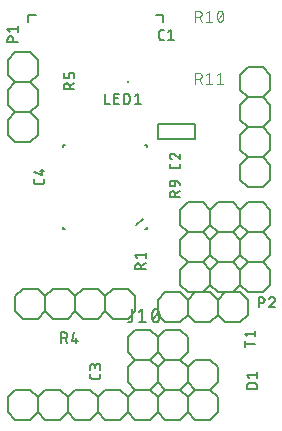
<source format=gbr>
G04 EAGLE Gerber RS-274X export*
G75*
%MOMM*%
%FSLAX34Y34*%
%LPD*%
%INSilkscreen Top*%
%IPPOS*%
%AMOC8*
5,1,8,0,0,1.08239X$1,22.5*%
G01*
%ADD10C,0.127000*%
%ADD11R,0.200000X0.200000*%
%ADD12C,0.152400*%
%ADD13C,0.076200*%


D10*
X135653Y321445D02*
X133678Y321445D01*
X133678Y321444D02*
X133592Y321446D01*
X133506Y321452D01*
X133420Y321461D01*
X133335Y321474D01*
X133250Y321491D01*
X133167Y321511D01*
X133084Y321535D01*
X133002Y321563D01*
X132922Y321594D01*
X132843Y321629D01*
X132766Y321667D01*
X132690Y321709D01*
X132616Y321753D01*
X132545Y321801D01*
X132475Y321852D01*
X132408Y321906D01*
X132343Y321963D01*
X132281Y322023D01*
X132221Y322085D01*
X132164Y322150D01*
X132110Y322217D01*
X132059Y322287D01*
X132011Y322358D01*
X131967Y322432D01*
X131925Y322508D01*
X131887Y322585D01*
X131852Y322664D01*
X131821Y322744D01*
X131793Y322826D01*
X131769Y322909D01*
X131749Y322992D01*
X131732Y323077D01*
X131719Y323162D01*
X131710Y323248D01*
X131704Y323334D01*
X131702Y323420D01*
X131702Y328359D01*
X131704Y328448D01*
X131710Y328536D01*
X131720Y328624D01*
X131734Y328712D01*
X131752Y328799D01*
X131773Y328885D01*
X131799Y328970D01*
X131828Y329053D01*
X131861Y329136D01*
X131898Y329216D01*
X131938Y329295D01*
X131982Y329372D01*
X132029Y329448D01*
X132079Y329520D01*
X132133Y329591D01*
X132190Y329659D01*
X132250Y329725D01*
X132312Y329787D01*
X132378Y329847D01*
X132446Y329904D01*
X132517Y329958D01*
X132589Y330008D01*
X132664Y330055D01*
X132742Y330099D01*
X132821Y330139D01*
X132901Y330176D01*
X132984Y330209D01*
X133067Y330238D01*
X133152Y330264D01*
X133238Y330285D01*
X133325Y330303D01*
X133413Y330317D01*
X133501Y330327D01*
X133589Y330333D01*
X133678Y330335D01*
X135653Y330335D01*
X139356Y328359D02*
X141825Y330335D01*
X141825Y321445D01*
X139356Y321445D02*
X144295Y321445D01*
X149365Y216836D02*
X149365Y214861D01*
X149363Y214772D01*
X149357Y214684D01*
X149347Y214596D01*
X149333Y214508D01*
X149315Y214421D01*
X149294Y214335D01*
X149268Y214250D01*
X149239Y214167D01*
X149206Y214084D01*
X149169Y214004D01*
X149129Y213925D01*
X149085Y213848D01*
X149038Y213772D01*
X148988Y213700D01*
X148934Y213629D01*
X148877Y213561D01*
X148817Y213495D01*
X148755Y213433D01*
X148689Y213373D01*
X148621Y213316D01*
X148550Y213262D01*
X148478Y213212D01*
X148403Y213165D01*
X148325Y213121D01*
X148246Y213081D01*
X148166Y213044D01*
X148083Y213011D01*
X148000Y212982D01*
X147915Y212956D01*
X147829Y212935D01*
X147742Y212917D01*
X147654Y212903D01*
X147566Y212893D01*
X147478Y212887D01*
X147389Y212885D01*
X142451Y212885D01*
X142362Y212887D01*
X142274Y212893D01*
X142186Y212903D01*
X142098Y212917D01*
X142011Y212935D01*
X141925Y212956D01*
X141840Y212982D01*
X141757Y213011D01*
X141674Y213044D01*
X141594Y213081D01*
X141515Y213121D01*
X141438Y213165D01*
X141362Y213212D01*
X141290Y213262D01*
X141219Y213316D01*
X141151Y213373D01*
X141085Y213433D01*
X141023Y213495D01*
X140963Y213561D01*
X140906Y213629D01*
X140852Y213700D01*
X140802Y213772D01*
X140755Y213847D01*
X140711Y213925D01*
X140671Y214004D01*
X140634Y214084D01*
X140601Y214167D01*
X140572Y214250D01*
X140546Y214335D01*
X140525Y214421D01*
X140507Y214508D01*
X140493Y214596D01*
X140483Y214684D01*
X140477Y214772D01*
X140475Y214861D01*
X140475Y216836D01*
X140475Y223255D02*
X140477Y223347D01*
X140483Y223439D01*
X140492Y223530D01*
X140505Y223621D01*
X140522Y223711D01*
X140543Y223801D01*
X140567Y223889D01*
X140595Y223977D01*
X140627Y224063D01*
X140662Y224148D01*
X140701Y224231D01*
X140743Y224313D01*
X140788Y224393D01*
X140837Y224471D01*
X140889Y224547D01*
X140944Y224620D01*
X141002Y224692D01*
X141062Y224761D01*
X141126Y224827D01*
X141192Y224891D01*
X141261Y224951D01*
X141333Y225009D01*
X141406Y225064D01*
X141482Y225116D01*
X141560Y225165D01*
X141640Y225210D01*
X141722Y225252D01*
X141805Y225291D01*
X141890Y225326D01*
X141976Y225358D01*
X142064Y225386D01*
X142152Y225410D01*
X142242Y225431D01*
X142332Y225448D01*
X142423Y225461D01*
X142514Y225470D01*
X142606Y225476D01*
X142698Y225478D01*
X140475Y223255D02*
X140477Y223149D01*
X140483Y223044D01*
X140493Y222939D01*
X140506Y222834D01*
X140524Y222730D01*
X140545Y222627D01*
X140570Y222524D01*
X140599Y222422D01*
X140632Y222322D01*
X140668Y222223D01*
X140708Y222125D01*
X140752Y222029D01*
X140799Y221934D01*
X140849Y221842D01*
X140903Y221751D01*
X140961Y221662D01*
X141021Y221576D01*
X141085Y221492D01*
X141151Y221410D01*
X141221Y221330D01*
X141294Y221254D01*
X141369Y221180D01*
X141447Y221109D01*
X141528Y221041D01*
X141611Y220975D01*
X141697Y220913D01*
X141784Y220855D01*
X141874Y220799D01*
X141966Y220747D01*
X142060Y220698D01*
X142155Y220653D01*
X142252Y220611D01*
X142351Y220573D01*
X142450Y220539D01*
X144427Y224737D02*
X144358Y224806D01*
X144288Y224872D01*
X144214Y224935D01*
X144138Y224994D01*
X144060Y225051D01*
X143980Y225105D01*
X143897Y225155D01*
X143813Y225202D01*
X143726Y225245D01*
X143638Y225285D01*
X143549Y225321D01*
X143458Y225354D01*
X143366Y225383D01*
X143272Y225408D01*
X143178Y225429D01*
X143083Y225447D01*
X142987Y225460D01*
X142891Y225470D01*
X142795Y225476D01*
X142698Y225478D01*
X144426Y224737D02*
X149365Y220539D01*
X149365Y225478D01*
X81775Y38823D02*
X81775Y36848D01*
X81773Y36759D01*
X81767Y36671D01*
X81757Y36583D01*
X81743Y36495D01*
X81725Y36408D01*
X81704Y36322D01*
X81678Y36237D01*
X81649Y36154D01*
X81616Y36071D01*
X81579Y35991D01*
X81539Y35912D01*
X81495Y35835D01*
X81448Y35759D01*
X81398Y35687D01*
X81344Y35616D01*
X81287Y35548D01*
X81227Y35482D01*
X81165Y35420D01*
X81099Y35360D01*
X81031Y35303D01*
X80960Y35249D01*
X80888Y35199D01*
X80813Y35152D01*
X80735Y35108D01*
X80656Y35068D01*
X80576Y35031D01*
X80493Y34998D01*
X80410Y34969D01*
X80325Y34943D01*
X80239Y34922D01*
X80152Y34904D01*
X80064Y34890D01*
X79976Y34880D01*
X79888Y34874D01*
X79799Y34872D01*
X74861Y34872D01*
X74772Y34874D01*
X74684Y34880D01*
X74596Y34890D01*
X74508Y34904D01*
X74421Y34922D01*
X74335Y34943D01*
X74250Y34969D01*
X74167Y34998D01*
X74084Y35031D01*
X74004Y35068D01*
X73925Y35108D01*
X73848Y35152D01*
X73772Y35199D01*
X73700Y35249D01*
X73629Y35303D01*
X73561Y35360D01*
X73495Y35420D01*
X73433Y35482D01*
X73373Y35548D01*
X73316Y35616D01*
X73262Y35687D01*
X73212Y35759D01*
X73165Y35834D01*
X73121Y35912D01*
X73081Y35991D01*
X73044Y36071D01*
X73011Y36154D01*
X72982Y36237D01*
X72956Y36322D01*
X72935Y36408D01*
X72917Y36495D01*
X72903Y36583D01*
X72893Y36671D01*
X72887Y36759D01*
X72885Y36848D01*
X72885Y38823D01*
X81775Y42526D02*
X81775Y44996D01*
X81773Y45094D01*
X81767Y45192D01*
X81757Y45290D01*
X81744Y45387D01*
X81726Y45484D01*
X81705Y45580D01*
X81680Y45674D01*
X81651Y45768D01*
X81619Y45861D01*
X81582Y45952D01*
X81543Y46042D01*
X81499Y46130D01*
X81452Y46216D01*
X81402Y46301D01*
X81349Y46383D01*
X81292Y46463D01*
X81232Y46541D01*
X81169Y46616D01*
X81103Y46689D01*
X81034Y46759D01*
X80963Y46826D01*
X80889Y46891D01*
X80812Y46952D01*
X80733Y47011D01*
X80652Y47066D01*
X80569Y47118D01*
X80483Y47166D01*
X80396Y47211D01*
X80307Y47253D01*
X80217Y47291D01*
X80125Y47325D01*
X80032Y47356D01*
X79937Y47383D01*
X79842Y47406D01*
X79745Y47426D01*
X79649Y47441D01*
X79551Y47453D01*
X79453Y47461D01*
X79355Y47465D01*
X79257Y47465D01*
X79159Y47461D01*
X79061Y47453D01*
X78963Y47441D01*
X78867Y47426D01*
X78770Y47406D01*
X78675Y47383D01*
X78580Y47356D01*
X78487Y47325D01*
X78395Y47291D01*
X78305Y47253D01*
X78216Y47211D01*
X78129Y47166D01*
X78043Y47118D01*
X77960Y47066D01*
X77879Y47011D01*
X77800Y46952D01*
X77723Y46891D01*
X77649Y46826D01*
X77578Y46759D01*
X77509Y46689D01*
X77443Y46616D01*
X77380Y46541D01*
X77320Y46463D01*
X77263Y46383D01*
X77210Y46301D01*
X77160Y46216D01*
X77113Y46130D01*
X77069Y46042D01*
X77030Y45952D01*
X76993Y45861D01*
X76961Y45768D01*
X76932Y45674D01*
X76907Y45580D01*
X76886Y45484D01*
X76868Y45387D01*
X76855Y45290D01*
X76845Y45192D01*
X76839Y45094D01*
X76837Y44996D01*
X72885Y45489D02*
X72885Y42526D01*
X72885Y45489D02*
X72887Y45576D01*
X72893Y45664D01*
X72902Y45751D01*
X72916Y45837D01*
X72933Y45923D01*
X72954Y46007D01*
X72979Y46091D01*
X73008Y46174D01*
X73040Y46255D01*
X73075Y46335D01*
X73114Y46413D01*
X73157Y46490D01*
X73203Y46564D01*
X73252Y46636D01*
X73304Y46706D01*
X73360Y46774D01*
X73418Y46839D01*
X73479Y46902D01*
X73543Y46961D01*
X73610Y47018D01*
X73678Y47072D01*
X73750Y47123D01*
X73823Y47170D01*
X73898Y47215D01*
X73976Y47256D01*
X74055Y47293D01*
X74135Y47327D01*
X74217Y47357D01*
X74300Y47384D01*
X74385Y47407D01*
X74470Y47426D01*
X74556Y47441D01*
X74643Y47453D01*
X74730Y47461D01*
X74817Y47465D01*
X74905Y47465D01*
X74992Y47461D01*
X75079Y47453D01*
X75166Y47441D01*
X75252Y47426D01*
X75337Y47407D01*
X75422Y47384D01*
X75505Y47357D01*
X75587Y47327D01*
X75667Y47293D01*
X75746Y47256D01*
X75824Y47215D01*
X75899Y47170D01*
X75972Y47123D01*
X76044Y47072D01*
X76112Y47018D01*
X76179Y46961D01*
X76243Y46902D01*
X76304Y46839D01*
X76362Y46774D01*
X76418Y46706D01*
X76470Y46636D01*
X76519Y46564D01*
X76565Y46490D01*
X76608Y46413D01*
X76647Y46335D01*
X76682Y46255D01*
X76714Y46174D01*
X76743Y46091D01*
X76768Y46007D01*
X76789Y45923D01*
X76806Y45837D01*
X76820Y45751D01*
X76829Y45664D01*
X76835Y45576D01*
X76837Y45489D01*
X76836Y45489D02*
X76836Y43514D01*
X34150Y201948D02*
X34150Y203923D01*
X34150Y201948D02*
X34148Y201859D01*
X34142Y201771D01*
X34132Y201683D01*
X34118Y201595D01*
X34100Y201508D01*
X34079Y201422D01*
X34053Y201337D01*
X34024Y201254D01*
X33991Y201171D01*
X33954Y201091D01*
X33914Y201012D01*
X33870Y200935D01*
X33823Y200859D01*
X33773Y200787D01*
X33719Y200716D01*
X33662Y200648D01*
X33602Y200582D01*
X33540Y200520D01*
X33474Y200460D01*
X33406Y200403D01*
X33335Y200349D01*
X33263Y200299D01*
X33188Y200252D01*
X33110Y200208D01*
X33031Y200168D01*
X32951Y200131D01*
X32868Y200098D01*
X32785Y200069D01*
X32700Y200043D01*
X32614Y200022D01*
X32527Y200004D01*
X32439Y199990D01*
X32351Y199980D01*
X32263Y199974D01*
X32174Y199972D01*
X27236Y199972D01*
X27147Y199974D01*
X27059Y199980D01*
X26971Y199990D01*
X26883Y200004D01*
X26796Y200022D01*
X26710Y200043D01*
X26625Y200069D01*
X26542Y200098D01*
X26459Y200131D01*
X26379Y200168D01*
X26300Y200208D01*
X26223Y200252D01*
X26147Y200299D01*
X26075Y200349D01*
X26004Y200403D01*
X25936Y200460D01*
X25870Y200520D01*
X25808Y200582D01*
X25748Y200648D01*
X25691Y200716D01*
X25637Y200787D01*
X25587Y200859D01*
X25540Y200934D01*
X25496Y201012D01*
X25456Y201091D01*
X25419Y201171D01*
X25386Y201254D01*
X25357Y201337D01*
X25331Y201422D01*
X25310Y201508D01*
X25292Y201595D01*
X25278Y201683D01*
X25268Y201771D01*
X25262Y201859D01*
X25260Y201948D01*
X25260Y203923D01*
X25260Y209602D02*
X32174Y207626D01*
X32174Y212565D01*
X30199Y211083D02*
X34150Y211083D01*
D11*
X105025Y285750D03*
D10*
X85610Y276225D02*
X85610Y267335D01*
X89561Y267335D01*
X93535Y267335D02*
X97486Y267335D01*
X93535Y267335D02*
X93535Y276225D01*
X97486Y276225D01*
X96498Y272274D02*
X93535Y272274D01*
X101436Y276225D02*
X101436Y267335D01*
X101436Y276225D02*
X103906Y276225D01*
X104003Y276223D01*
X104100Y276217D01*
X104196Y276208D01*
X104292Y276195D01*
X104388Y276178D01*
X104482Y276157D01*
X104576Y276132D01*
X104669Y276104D01*
X104761Y276072D01*
X104851Y276037D01*
X104940Y275998D01*
X105027Y275956D01*
X105112Y275910D01*
X105196Y275861D01*
X105278Y275809D01*
X105357Y275753D01*
X105435Y275695D01*
X105509Y275633D01*
X105582Y275569D01*
X105652Y275502D01*
X105719Y275432D01*
X105783Y275359D01*
X105845Y275285D01*
X105903Y275207D01*
X105959Y275128D01*
X106011Y275046D01*
X106060Y274962D01*
X106106Y274877D01*
X106148Y274790D01*
X106187Y274701D01*
X106222Y274611D01*
X106254Y274519D01*
X106282Y274426D01*
X106307Y274332D01*
X106328Y274238D01*
X106345Y274142D01*
X106358Y274046D01*
X106367Y273950D01*
X106373Y273853D01*
X106375Y273756D01*
X106375Y269804D01*
X106373Y269707D01*
X106367Y269610D01*
X106358Y269514D01*
X106345Y269418D01*
X106328Y269322D01*
X106307Y269228D01*
X106282Y269134D01*
X106254Y269041D01*
X106222Y268949D01*
X106187Y268859D01*
X106148Y268770D01*
X106106Y268683D01*
X106060Y268598D01*
X106011Y268514D01*
X105959Y268432D01*
X105903Y268353D01*
X105845Y268275D01*
X105783Y268201D01*
X105719Y268128D01*
X105652Y268058D01*
X105582Y267991D01*
X105509Y267927D01*
X105435Y267865D01*
X105357Y267807D01*
X105278Y267751D01*
X105196Y267699D01*
X105112Y267650D01*
X105027Y267604D01*
X104940Y267562D01*
X104851Y267523D01*
X104761Y267488D01*
X104669Y267456D01*
X104576Y267428D01*
X104482Y267403D01*
X104388Y267382D01*
X104292Y267365D01*
X104196Y267352D01*
X104100Y267343D01*
X104003Y267337D01*
X103906Y267335D01*
X101436Y267335D01*
X110885Y274249D02*
X113355Y276225D01*
X113355Y267335D01*
X115824Y267335D02*
X110885Y267335D01*
X111125Y127660D02*
X120015Y127660D01*
X111125Y127660D02*
X111125Y130129D01*
X111127Y130227D01*
X111133Y130325D01*
X111143Y130423D01*
X111156Y130520D01*
X111174Y130617D01*
X111195Y130713D01*
X111220Y130807D01*
X111249Y130901D01*
X111281Y130994D01*
X111318Y131085D01*
X111357Y131175D01*
X111401Y131263D01*
X111448Y131349D01*
X111498Y131434D01*
X111551Y131516D01*
X111608Y131596D01*
X111668Y131674D01*
X111731Y131749D01*
X111797Y131822D01*
X111866Y131892D01*
X111937Y131959D01*
X112011Y132024D01*
X112088Y132085D01*
X112167Y132144D01*
X112248Y132199D01*
X112331Y132251D01*
X112417Y132299D01*
X112504Y132344D01*
X112593Y132386D01*
X112683Y132424D01*
X112775Y132458D01*
X112868Y132489D01*
X112963Y132516D01*
X113058Y132539D01*
X113155Y132559D01*
X113251Y132574D01*
X113349Y132586D01*
X113447Y132594D01*
X113545Y132598D01*
X113643Y132598D01*
X113741Y132594D01*
X113839Y132586D01*
X113937Y132574D01*
X114033Y132559D01*
X114130Y132539D01*
X114225Y132516D01*
X114320Y132489D01*
X114413Y132458D01*
X114505Y132424D01*
X114595Y132386D01*
X114684Y132344D01*
X114771Y132299D01*
X114857Y132251D01*
X114940Y132199D01*
X115021Y132144D01*
X115100Y132085D01*
X115177Y132024D01*
X115251Y131959D01*
X115322Y131892D01*
X115391Y131822D01*
X115457Y131749D01*
X115520Y131674D01*
X115580Y131596D01*
X115637Y131516D01*
X115690Y131434D01*
X115740Y131349D01*
X115787Y131263D01*
X115831Y131175D01*
X115870Y131085D01*
X115907Y130994D01*
X115939Y130901D01*
X115968Y130807D01*
X115993Y130713D01*
X116014Y130617D01*
X116032Y130520D01*
X116045Y130423D01*
X116055Y130325D01*
X116061Y130227D01*
X116063Y130129D01*
X116064Y130129D02*
X116064Y127660D01*
X116064Y130623D02*
X120015Y132599D01*
X113101Y136729D02*
X111125Y139198D01*
X120015Y139198D01*
X120015Y136729D02*
X120015Y141667D01*
X48746Y73975D02*
X48746Y65085D01*
X48746Y73975D02*
X51216Y73975D01*
X51314Y73973D01*
X51412Y73967D01*
X51510Y73957D01*
X51607Y73944D01*
X51704Y73926D01*
X51800Y73905D01*
X51894Y73880D01*
X51988Y73851D01*
X52081Y73819D01*
X52172Y73782D01*
X52262Y73743D01*
X52350Y73699D01*
X52436Y73652D01*
X52521Y73602D01*
X52603Y73549D01*
X52683Y73492D01*
X52761Y73432D01*
X52836Y73369D01*
X52909Y73303D01*
X52979Y73234D01*
X53046Y73163D01*
X53111Y73089D01*
X53172Y73012D01*
X53231Y72933D01*
X53286Y72852D01*
X53338Y72769D01*
X53386Y72683D01*
X53431Y72596D01*
X53473Y72507D01*
X53511Y72417D01*
X53545Y72325D01*
X53576Y72232D01*
X53603Y72137D01*
X53626Y72042D01*
X53646Y71945D01*
X53661Y71849D01*
X53673Y71751D01*
X53681Y71653D01*
X53685Y71555D01*
X53685Y71457D01*
X53681Y71359D01*
X53673Y71261D01*
X53661Y71163D01*
X53646Y71067D01*
X53626Y70970D01*
X53603Y70875D01*
X53576Y70780D01*
X53545Y70687D01*
X53511Y70595D01*
X53473Y70505D01*
X53431Y70416D01*
X53386Y70329D01*
X53338Y70243D01*
X53286Y70160D01*
X53231Y70079D01*
X53172Y70000D01*
X53111Y69923D01*
X53046Y69849D01*
X52979Y69778D01*
X52909Y69709D01*
X52836Y69643D01*
X52761Y69580D01*
X52683Y69520D01*
X52603Y69463D01*
X52521Y69410D01*
X52436Y69360D01*
X52350Y69313D01*
X52262Y69269D01*
X52172Y69230D01*
X52081Y69193D01*
X51988Y69161D01*
X51894Y69132D01*
X51800Y69107D01*
X51704Y69086D01*
X51607Y69068D01*
X51510Y69055D01*
X51412Y69045D01*
X51314Y69039D01*
X51216Y69037D01*
X51216Y69036D02*
X48746Y69036D01*
X51710Y69036D02*
X53685Y65085D01*
X57815Y67061D02*
X59790Y73975D01*
X57815Y67061D02*
X62754Y67061D01*
X61272Y69036D02*
X61272Y65085D01*
X59690Y280060D02*
X50800Y280060D01*
X50800Y282529D01*
X50802Y282627D01*
X50808Y282725D01*
X50818Y282823D01*
X50831Y282920D01*
X50849Y283017D01*
X50870Y283113D01*
X50895Y283207D01*
X50924Y283301D01*
X50956Y283394D01*
X50993Y283485D01*
X51032Y283575D01*
X51076Y283663D01*
X51123Y283749D01*
X51173Y283834D01*
X51226Y283916D01*
X51283Y283996D01*
X51343Y284074D01*
X51406Y284149D01*
X51472Y284222D01*
X51541Y284292D01*
X51612Y284359D01*
X51686Y284424D01*
X51763Y284485D01*
X51842Y284544D01*
X51923Y284599D01*
X52006Y284651D01*
X52092Y284699D01*
X52179Y284744D01*
X52268Y284786D01*
X52358Y284824D01*
X52450Y284858D01*
X52543Y284889D01*
X52638Y284916D01*
X52733Y284939D01*
X52830Y284959D01*
X52926Y284974D01*
X53024Y284986D01*
X53122Y284994D01*
X53220Y284998D01*
X53318Y284998D01*
X53416Y284994D01*
X53514Y284986D01*
X53612Y284974D01*
X53708Y284959D01*
X53805Y284939D01*
X53900Y284916D01*
X53995Y284889D01*
X54088Y284858D01*
X54180Y284824D01*
X54270Y284786D01*
X54359Y284744D01*
X54446Y284699D01*
X54532Y284651D01*
X54615Y284599D01*
X54696Y284544D01*
X54775Y284485D01*
X54852Y284424D01*
X54926Y284359D01*
X54997Y284292D01*
X55066Y284222D01*
X55132Y284149D01*
X55195Y284074D01*
X55255Y283996D01*
X55312Y283916D01*
X55365Y283834D01*
X55415Y283749D01*
X55462Y283663D01*
X55506Y283575D01*
X55545Y283485D01*
X55582Y283394D01*
X55614Y283301D01*
X55643Y283207D01*
X55668Y283113D01*
X55689Y283017D01*
X55707Y282920D01*
X55720Y282823D01*
X55730Y282725D01*
X55736Y282627D01*
X55738Y282529D01*
X55739Y282529D02*
X55739Y280060D01*
X55739Y283023D02*
X59690Y284999D01*
X59690Y289129D02*
X59690Y292092D01*
X59688Y292181D01*
X59682Y292269D01*
X59672Y292357D01*
X59658Y292445D01*
X59640Y292532D01*
X59619Y292618D01*
X59593Y292703D01*
X59564Y292786D01*
X59531Y292869D01*
X59494Y292949D01*
X59454Y293028D01*
X59410Y293105D01*
X59363Y293181D01*
X59313Y293253D01*
X59259Y293324D01*
X59202Y293392D01*
X59142Y293458D01*
X59080Y293520D01*
X59014Y293580D01*
X58946Y293637D01*
X58875Y293691D01*
X58803Y293741D01*
X58728Y293788D01*
X58650Y293832D01*
X58571Y293872D01*
X58491Y293909D01*
X58408Y293942D01*
X58325Y293971D01*
X58240Y293997D01*
X58154Y294018D01*
X58067Y294036D01*
X57979Y294050D01*
X57891Y294060D01*
X57803Y294066D01*
X57714Y294068D01*
X57714Y294067D02*
X56727Y294067D01*
X56727Y294068D02*
X56641Y294066D01*
X56555Y294060D01*
X56469Y294051D01*
X56384Y294038D01*
X56299Y294021D01*
X56216Y294001D01*
X56133Y293977D01*
X56051Y293949D01*
X55971Y293918D01*
X55892Y293883D01*
X55815Y293845D01*
X55739Y293803D01*
X55665Y293759D01*
X55594Y293711D01*
X55524Y293660D01*
X55457Y293606D01*
X55392Y293549D01*
X55330Y293489D01*
X55270Y293427D01*
X55213Y293362D01*
X55159Y293295D01*
X55108Y293225D01*
X55060Y293154D01*
X55016Y293080D01*
X54974Y293004D01*
X54936Y292927D01*
X54901Y292848D01*
X54870Y292768D01*
X54842Y292686D01*
X54818Y292603D01*
X54798Y292520D01*
X54781Y292435D01*
X54768Y292350D01*
X54759Y292264D01*
X54753Y292178D01*
X54751Y292092D01*
X54751Y289129D01*
X50800Y289129D01*
X50800Y294067D01*
X203945Y64541D02*
X212835Y64541D01*
X203945Y62072D02*
X203945Y67011D01*
X205921Y70606D02*
X203945Y73076D01*
X212835Y73076D01*
X212835Y75545D02*
X212835Y70606D01*
X20775Y336550D02*
X20775Y342900D01*
X27125Y342900D01*
X128725Y342900D02*
X135075Y342900D01*
X135075Y336550D01*
D12*
X121285Y161290D02*
X119507Y161290D01*
X112141Y165100D02*
X117475Y170434D01*
X119507Y232410D02*
X121285Y232410D01*
X50165Y232410D02*
X50165Y230632D01*
X50165Y161290D02*
X51943Y161290D01*
X121285Y161290D02*
X121285Y163068D01*
X121285Y230632D02*
X121285Y232410D01*
X51943Y232410D02*
X50165Y232410D01*
X50165Y163068D02*
X50165Y161290D01*
X28575Y292100D02*
X28575Y304800D01*
X28575Y292100D02*
X22225Y285750D01*
X9525Y285750D01*
X3175Y292100D01*
X22225Y285750D02*
X28575Y279400D01*
X28575Y266700D01*
X22225Y260350D01*
X9525Y260350D01*
X3175Y266700D01*
X3175Y279400D01*
X9525Y285750D01*
X9525Y311150D02*
X22225Y311150D01*
X28575Y304800D01*
X9525Y311150D02*
X3175Y304800D01*
X3175Y292100D01*
X22225Y260350D02*
X28575Y254000D01*
X28575Y241300D01*
X22225Y234950D01*
X9525Y234950D01*
X3175Y241300D01*
X3175Y254000D01*
X9525Y260350D01*
D10*
X11938Y319898D02*
X3048Y319898D01*
X3048Y322367D01*
X3050Y322465D01*
X3056Y322563D01*
X3066Y322661D01*
X3079Y322758D01*
X3097Y322855D01*
X3118Y322951D01*
X3143Y323045D01*
X3172Y323139D01*
X3204Y323232D01*
X3241Y323323D01*
X3280Y323413D01*
X3324Y323501D01*
X3371Y323587D01*
X3421Y323672D01*
X3474Y323754D01*
X3531Y323834D01*
X3591Y323912D01*
X3654Y323987D01*
X3720Y324060D01*
X3789Y324130D01*
X3860Y324197D01*
X3934Y324262D01*
X4011Y324323D01*
X4090Y324382D01*
X4171Y324437D01*
X4254Y324489D01*
X4340Y324537D01*
X4427Y324582D01*
X4516Y324624D01*
X4606Y324662D01*
X4698Y324696D01*
X4791Y324727D01*
X4886Y324754D01*
X4981Y324777D01*
X5078Y324797D01*
X5174Y324812D01*
X5272Y324824D01*
X5370Y324832D01*
X5468Y324836D01*
X5566Y324836D01*
X5664Y324832D01*
X5762Y324824D01*
X5860Y324812D01*
X5956Y324797D01*
X6053Y324777D01*
X6148Y324754D01*
X6243Y324727D01*
X6336Y324696D01*
X6428Y324662D01*
X6518Y324624D01*
X6607Y324582D01*
X6694Y324537D01*
X6780Y324489D01*
X6863Y324437D01*
X6944Y324382D01*
X7023Y324323D01*
X7100Y324262D01*
X7174Y324197D01*
X7245Y324130D01*
X7314Y324060D01*
X7380Y323987D01*
X7443Y323912D01*
X7503Y323834D01*
X7560Y323754D01*
X7613Y323672D01*
X7663Y323587D01*
X7710Y323501D01*
X7754Y323413D01*
X7793Y323323D01*
X7830Y323232D01*
X7862Y323139D01*
X7891Y323045D01*
X7916Y322951D01*
X7937Y322855D01*
X7955Y322758D01*
X7968Y322661D01*
X7978Y322563D01*
X7984Y322465D01*
X7986Y322367D01*
X7987Y322367D02*
X7987Y319898D01*
X5024Y328563D02*
X3048Y331033D01*
X11938Y331033D01*
X11938Y333502D02*
X11938Y328563D01*
D12*
X66675Y111125D02*
X60325Y104775D01*
X66675Y111125D02*
X79375Y111125D01*
X85725Y104775D01*
X85725Y92075D01*
X79375Y85725D01*
X66675Y85725D01*
X60325Y92075D01*
X28575Y111125D02*
X15875Y111125D01*
X28575Y111125D02*
X34925Y104775D01*
X34925Y92075D01*
X28575Y85725D01*
X34925Y104775D02*
X41275Y111125D01*
X53975Y111125D01*
X60325Y104775D01*
X60325Y92075D01*
X53975Y85725D01*
X41275Y85725D01*
X34925Y92075D01*
X9525Y92075D02*
X9525Y104775D01*
X15875Y111125D01*
X9525Y92075D02*
X15875Y85725D01*
X28575Y85725D01*
X92075Y111125D02*
X104775Y111125D01*
X111125Y104775D01*
X111125Y92075D01*
X104775Y85725D01*
X85725Y104775D02*
X92075Y111125D01*
X85725Y92075D02*
X92075Y85725D01*
X104775Y85725D01*
X155575Y133350D02*
X168275Y133350D01*
X174625Y127000D01*
X174625Y114300D01*
X168275Y107950D01*
X174625Y127000D02*
X180975Y133350D01*
X193675Y133350D01*
X200025Y127000D01*
X200025Y114300D01*
X193675Y107950D01*
X180975Y107950D01*
X174625Y114300D01*
X149225Y114300D02*
X149225Y127000D01*
X155575Y133350D01*
X149225Y114300D02*
X155575Y107950D01*
X168275Y107950D01*
X200025Y127000D02*
X206375Y133350D01*
X219075Y133350D01*
X225425Y127000D01*
X225425Y114300D01*
X219075Y107950D01*
X206375Y107950D01*
X200025Y114300D01*
D10*
X215773Y104013D02*
X215773Y95123D01*
X215773Y104013D02*
X218242Y104013D01*
X218340Y104011D01*
X218438Y104005D01*
X218536Y103995D01*
X218633Y103982D01*
X218730Y103964D01*
X218826Y103943D01*
X218920Y103918D01*
X219014Y103889D01*
X219107Y103857D01*
X219198Y103820D01*
X219288Y103781D01*
X219376Y103737D01*
X219462Y103690D01*
X219547Y103640D01*
X219629Y103587D01*
X219709Y103530D01*
X219787Y103470D01*
X219862Y103407D01*
X219935Y103341D01*
X220005Y103272D01*
X220072Y103201D01*
X220137Y103127D01*
X220198Y103050D01*
X220257Y102971D01*
X220312Y102890D01*
X220364Y102807D01*
X220412Y102721D01*
X220457Y102634D01*
X220499Y102545D01*
X220537Y102455D01*
X220571Y102363D01*
X220602Y102270D01*
X220629Y102175D01*
X220652Y102080D01*
X220672Y101983D01*
X220687Y101887D01*
X220699Y101789D01*
X220707Y101691D01*
X220711Y101593D01*
X220711Y101495D01*
X220707Y101397D01*
X220699Y101299D01*
X220687Y101201D01*
X220672Y101105D01*
X220652Y101008D01*
X220629Y100913D01*
X220602Y100818D01*
X220571Y100725D01*
X220537Y100633D01*
X220499Y100543D01*
X220457Y100454D01*
X220412Y100367D01*
X220364Y100281D01*
X220312Y100198D01*
X220257Y100117D01*
X220198Y100038D01*
X220137Y99961D01*
X220072Y99887D01*
X220005Y99816D01*
X219935Y99747D01*
X219862Y99681D01*
X219787Y99618D01*
X219709Y99558D01*
X219629Y99501D01*
X219547Y99448D01*
X219462Y99398D01*
X219376Y99351D01*
X219288Y99307D01*
X219198Y99268D01*
X219107Y99231D01*
X219014Y99199D01*
X218920Y99170D01*
X218826Y99145D01*
X218730Y99124D01*
X218633Y99106D01*
X218536Y99093D01*
X218438Y99083D01*
X218340Y99077D01*
X218242Y99075D01*
X218242Y99074D02*
X215773Y99074D01*
X227155Y104014D02*
X227247Y104012D01*
X227339Y104006D01*
X227430Y103997D01*
X227521Y103984D01*
X227611Y103967D01*
X227701Y103946D01*
X227789Y103922D01*
X227877Y103894D01*
X227963Y103862D01*
X228048Y103827D01*
X228131Y103788D01*
X228213Y103746D01*
X228293Y103701D01*
X228371Y103652D01*
X228447Y103600D01*
X228520Y103545D01*
X228592Y103487D01*
X228661Y103427D01*
X228727Y103363D01*
X228791Y103297D01*
X228851Y103228D01*
X228909Y103156D01*
X228964Y103083D01*
X229016Y103007D01*
X229065Y102929D01*
X229110Y102849D01*
X229152Y102767D01*
X229191Y102684D01*
X229226Y102599D01*
X229258Y102513D01*
X229286Y102425D01*
X229310Y102337D01*
X229331Y102247D01*
X229348Y102157D01*
X229361Y102066D01*
X229370Y101975D01*
X229376Y101883D01*
X229378Y101791D01*
X227155Y104013D02*
X227049Y104011D01*
X226944Y104005D01*
X226839Y103995D01*
X226734Y103982D01*
X226630Y103964D01*
X226527Y103943D01*
X226424Y103918D01*
X226322Y103889D01*
X226222Y103856D01*
X226123Y103820D01*
X226025Y103780D01*
X225929Y103736D01*
X225834Y103689D01*
X225742Y103639D01*
X225651Y103585D01*
X225562Y103527D01*
X225476Y103467D01*
X225392Y103403D01*
X225310Y103337D01*
X225230Y103267D01*
X225154Y103194D01*
X225080Y103119D01*
X225009Y103041D01*
X224941Y102960D01*
X224875Y102877D01*
X224813Y102791D01*
X224755Y102704D01*
X224699Y102614D01*
X224647Y102522D01*
X224598Y102428D01*
X224553Y102333D01*
X224511Y102236D01*
X224473Y102137D01*
X224439Y102038D01*
X228636Y100062D02*
X228705Y100131D01*
X228771Y100201D01*
X228834Y100275D01*
X228893Y100351D01*
X228950Y100429D01*
X229004Y100509D01*
X229054Y100592D01*
X229101Y100676D01*
X229144Y100763D01*
X229184Y100851D01*
X229220Y100940D01*
X229253Y101031D01*
X229282Y101123D01*
X229307Y101217D01*
X229328Y101311D01*
X229346Y101406D01*
X229359Y101502D01*
X229369Y101598D01*
X229375Y101694D01*
X229377Y101791D01*
X228637Y100062D02*
X224439Y95123D01*
X229378Y95123D01*
X214310Y26252D02*
X205420Y26252D01*
X205420Y28722D01*
X205422Y28819D01*
X205428Y28916D01*
X205437Y29012D01*
X205450Y29108D01*
X205467Y29204D01*
X205488Y29298D01*
X205513Y29392D01*
X205541Y29485D01*
X205573Y29577D01*
X205608Y29667D01*
X205647Y29756D01*
X205689Y29843D01*
X205735Y29928D01*
X205784Y30012D01*
X205836Y30094D01*
X205892Y30173D01*
X205950Y30251D01*
X206012Y30325D01*
X206076Y30398D01*
X206143Y30468D01*
X206213Y30535D01*
X206286Y30599D01*
X206360Y30661D01*
X206438Y30719D01*
X206517Y30775D01*
X206599Y30827D01*
X206683Y30876D01*
X206768Y30922D01*
X206855Y30964D01*
X206944Y31003D01*
X207034Y31038D01*
X207126Y31070D01*
X207219Y31098D01*
X207313Y31123D01*
X207407Y31144D01*
X207503Y31161D01*
X207599Y31174D01*
X207695Y31183D01*
X207792Y31189D01*
X207889Y31191D01*
X211841Y31191D01*
X211938Y31189D01*
X212035Y31183D01*
X212131Y31174D01*
X212227Y31161D01*
X212323Y31144D01*
X212417Y31123D01*
X212511Y31098D01*
X212604Y31070D01*
X212696Y31038D01*
X212786Y31003D01*
X212875Y30964D01*
X212962Y30922D01*
X213047Y30876D01*
X213131Y30827D01*
X213213Y30775D01*
X213292Y30719D01*
X213370Y30661D01*
X213444Y30599D01*
X213517Y30535D01*
X213587Y30468D01*
X213654Y30398D01*
X213718Y30325D01*
X213780Y30251D01*
X213838Y30173D01*
X213894Y30094D01*
X213946Y30012D01*
X213995Y29928D01*
X214041Y29843D01*
X214083Y29756D01*
X214122Y29667D01*
X214157Y29577D01*
X214189Y29485D01*
X214217Y29392D01*
X214242Y29298D01*
X214263Y29204D01*
X214280Y29108D01*
X214293Y29012D01*
X214302Y28916D01*
X214308Y28819D01*
X214310Y28722D01*
X214310Y26252D01*
X207396Y35701D02*
X205420Y38171D01*
X214310Y38171D01*
X214310Y40640D02*
X214310Y35701D01*
D12*
X149225Y107950D02*
X136525Y107950D01*
X149225Y107950D02*
X155575Y101600D01*
X155575Y88900D01*
X149225Y82550D01*
X155575Y101600D02*
X161925Y107950D01*
X174625Y107950D01*
X180975Y101600D01*
X180975Y88900D01*
X174625Y82550D01*
X161925Y82550D01*
X155575Y88900D01*
X130175Y88900D02*
X130175Y101600D01*
X136525Y107950D01*
X130175Y88900D02*
X136525Y82550D01*
X149225Y82550D01*
X180975Y101600D02*
X187325Y107950D01*
X200025Y107950D01*
X206375Y101600D01*
X206375Y88900D01*
X200025Y82550D01*
X187325Y82550D01*
X180975Y88900D01*
X168275Y158750D02*
X155575Y158750D01*
X168275Y158750D02*
X174625Y152400D01*
X174625Y139700D01*
X168275Y133350D01*
X174625Y152400D02*
X180975Y158750D01*
X193675Y158750D01*
X200025Y152400D01*
X200025Y139700D01*
X193675Y133350D01*
X180975Y133350D01*
X174625Y139700D01*
X149225Y139700D02*
X149225Y152400D01*
X155575Y158750D01*
X149225Y139700D02*
X155575Y133350D01*
X168275Y133350D01*
X200025Y152400D02*
X206375Y158750D01*
X219075Y158750D01*
X225425Y152400D01*
X225425Y139700D01*
X219075Y133350D01*
X206375Y133350D01*
X200025Y139700D01*
X104775Y19050D02*
X104775Y6350D01*
X104775Y19050D02*
X111125Y25400D01*
X123825Y25400D01*
X130175Y19050D01*
X123825Y0D02*
X111125Y0D01*
X104775Y6350D01*
X123825Y0D02*
X130175Y6350D01*
X130175Y19050D01*
X111125Y25400D02*
X104775Y31750D01*
X104775Y44450D01*
X111125Y50800D01*
X123825Y50800D01*
X130175Y44450D01*
X130175Y31750D01*
X123825Y25400D01*
X130175Y19050D02*
X130175Y6350D01*
X130175Y19050D02*
X136525Y25400D01*
X149225Y25400D01*
X155575Y19050D01*
X149225Y0D02*
X136525Y0D01*
X130175Y6350D01*
X149225Y0D02*
X155575Y6350D01*
X155575Y19050D01*
X136525Y25400D02*
X130175Y31750D01*
X130175Y44450D01*
X136525Y50800D01*
X149225Y50800D01*
X155575Y44450D01*
X155575Y31750D01*
X149225Y25400D01*
X155575Y19050D02*
X155575Y6350D01*
X155575Y19050D02*
X161925Y25400D01*
X174625Y25400D01*
X180975Y19050D01*
X174625Y0D02*
X161925Y0D01*
X155575Y6350D01*
X174625Y0D02*
X180975Y6350D01*
X180975Y19050D01*
X161925Y25400D02*
X155575Y31750D01*
X155575Y44450D01*
X161925Y50800D01*
X174625Y50800D01*
X180975Y44450D01*
X180975Y31750D01*
X174625Y25400D01*
X60325Y25400D02*
X53975Y19050D01*
X60325Y25400D02*
X73025Y25400D01*
X79375Y19050D01*
X79375Y6350D01*
X73025Y0D01*
X60325Y0D01*
X53975Y6350D01*
X22225Y25400D02*
X9525Y25400D01*
X22225Y25400D02*
X28575Y19050D01*
X28575Y6350D01*
X22225Y0D01*
X28575Y19050D02*
X34925Y25400D01*
X47625Y25400D01*
X53975Y19050D01*
X53975Y6350D01*
X47625Y0D01*
X34925Y0D01*
X28575Y6350D01*
X3175Y6350D02*
X3175Y19050D01*
X9525Y25400D01*
X3175Y6350D02*
X9525Y0D01*
X22225Y0D01*
X85725Y25400D02*
X98425Y25400D01*
X104775Y19050D01*
X104775Y6350D01*
X98425Y0D01*
X79375Y19050D02*
X85725Y25400D01*
X79375Y6350D02*
X85725Y0D01*
X98425Y0D01*
X206375Y247650D02*
X200025Y254000D01*
X200025Y266700D01*
X206375Y273050D01*
X219075Y273050D01*
X225425Y266700D01*
X225425Y254000D01*
X219075Y247650D01*
X200025Y215900D02*
X200025Y203200D01*
X200025Y215900D02*
X206375Y222250D01*
X219075Y222250D01*
X225425Y215900D01*
X206375Y222250D02*
X200025Y228600D01*
X200025Y241300D01*
X206375Y247650D01*
X219075Y247650D01*
X225425Y241300D01*
X225425Y228600D01*
X219075Y222250D01*
X219075Y196850D02*
X206375Y196850D01*
X200025Y203200D01*
X219075Y196850D02*
X225425Y203200D01*
X225425Y215900D01*
X200025Y279400D02*
X200025Y292100D01*
X206375Y298450D01*
X219075Y298450D01*
X225425Y292100D01*
X206375Y273050D02*
X200025Y279400D01*
X219075Y273050D02*
X225425Y279400D01*
X225425Y292100D01*
X168275Y184150D02*
X155575Y184150D01*
X168275Y184150D02*
X174625Y177800D01*
X174625Y165100D01*
X168275Y158750D01*
X174625Y177800D02*
X180975Y184150D01*
X193675Y184150D01*
X200025Y177800D01*
X200025Y165100D01*
X193675Y158750D01*
X180975Y158750D01*
X174625Y165100D01*
X149225Y165100D02*
X149225Y177800D01*
X155575Y184150D01*
X149225Y165100D02*
X155575Y158750D01*
X168275Y158750D01*
X200025Y177800D02*
X206375Y184150D01*
X219075Y184150D01*
X225425Y177800D01*
X225425Y165100D01*
X219075Y158750D01*
X206375Y158750D01*
X200025Y165100D01*
D10*
X149225Y188558D02*
X140335Y188558D01*
X140335Y191027D01*
X140337Y191125D01*
X140343Y191223D01*
X140353Y191321D01*
X140366Y191418D01*
X140384Y191515D01*
X140405Y191611D01*
X140430Y191705D01*
X140459Y191799D01*
X140491Y191892D01*
X140528Y191983D01*
X140567Y192073D01*
X140611Y192161D01*
X140658Y192247D01*
X140708Y192332D01*
X140761Y192414D01*
X140818Y192494D01*
X140878Y192572D01*
X140941Y192647D01*
X141007Y192720D01*
X141076Y192790D01*
X141147Y192857D01*
X141221Y192922D01*
X141298Y192983D01*
X141377Y193042D01*
X141458Y193097D01*
X141541Y193149D01*
X141627Y193197D01*
X141714Y193242D01*
X141803Y193284D01*
X141893Y193322D01*
X141985Y193356D01*
X142078Y193387D01*
X142173Y193414D01*
X142268Y193437D01*
X142365Y193457D01*
X142461Y193472D01*
X142559Y193484D01*
X142657Y193492D01*
X142755Y193496D01*
X142853Y193496D01*
X142951Y193492D01*
X143049Y193484D01*
X143147Y193472D01*
X143243Y193457D01*
X143340Y193437D01*
X143435Y193414D01*
X143530Y193387D01*
X143623Y193356D01*
X143715Y193322D01*
X143805Y193284D01*
X143894Y193242D01*
X143981Y193197D01*
X144067Y193149D01*
X144150Y193097D01*
X144231Y193042D01*
X144310Y192983D01*
X144387Y192922D01*
X144461Y192857D01*
X144532Y192790D01*
X144601Y192720D01*
X144667Y192647D01*
X144730Y192572D01*
X144790Y192494D01*
X144847Y192414D01*
X144900Y192332D01*
X144950Y192247D01*
X144997Y192161D01*
X145041Y192073D01*
X145080Y191983D01*
X145117Y191892D01*
X145149Y191799D01*
X145178Y191705D01*
X145203Y191611D01*
X145224Y191515D01*
X145242Y191418D01*
X145255Y191321D01*
X145265Y191223D01*
X145271Y191125D01*
X145273Y191027D01*
X145274Y191027D02*
X145274Y188558D01*
X145274Y191521D02*
X149225Y193496D01*
X145274Y199602D02*
X145274Y202565D01*
X145274Y199602D02*
X145272Y199516D01*
X145266Y199430D01*
X145257Y199344D01*
X145244Y199259D01*
X145227Y199174D01*
X145207Y199091D01*
X145183Y199008D01*
X145155Y198926D01*
X145124Y198846D01*
X145089Y198767D01*
X145051Y198690D01*
X145009Y198614D01*
X144965Y198540D01*
X144917Y198469D01*
X144866Y198399D01*
X144812Y198332D01*
X144755Y198267D01*
X144695Y198205D01*
X144633Y198145D01*
X144568Y198088D01*
X144501Y198034D01*
X144431Y197983D01*
X144360Y197935D01*
X144286Y197891D01*
X144210Y197849D01*
X144133Y197811D01*
X144054Y197776D01*
X143974Y197745D01*
X143892Y197717D01*
X143809Y197693D01*
X143726Y197673D01*
X143641Y197656D01*
X143556Y197643D01*
X143470Y197634D01*
X143384Y197628D01*
X143298Y197626D01*
X142804Y197626D01*
X142804Y197627D02*
X142706Y197629D01*
X142608Y197635D01*
X142510Y197645D01*
X142413Y197658D01*
X142316Y197676D01*
X142220Y197697D01*
X142126Y197722D01*
X142032Y197751D01*
X141939Y197783D01*
X141848Y197820D01*
X141758Y197859D01*
X141670Y197903D01*
X141584Y197950D01*
X141499Y198000D01*
X141417Y198053D01*
X141337Y198110D01*
X141259Y198170D01*
X141184Y198233D01*
X141111Y198299D01*
X141041Y198368D01*
X140974Y198439D01*
X140909Y198513D01*
X140848Y198590D01*
X140789Y198669D01*
X140734Y198750D01*
X140682Y198833D01*
X140634Y198919D01*
X140589Y199006D01*
X140547Y199095D01*
X140509Y199185D01*
X140475Y199277D01*
X140444Y199370D01*
X140417Y199465D01*
X140394Y199560D01*
X140374Y199657D01*
X140359Y199753D01*
X140347Y199851D01*
X140339Y199949D01*
X140335Y200047D01*
X140335Y200145D01*
X140339Y200243D01*
X140347Y200341D01*
X140359Y200439D01*
X140374Y200535D01*
X140394Y200632D01*
X140417Y200727D01*
X140444Y200822D01*
X140475Y200915D01*
X140509Y201007D01*
X140547Y201097D01*
X140589Y201186D01*
X140634Y201273D01*
X140682Y201359D01*
X140734Y201442D01*
X140789Y201523D01*
X140848Y201602D01*
X140909Y201679D01*
X140974Y201753D01*
X141041Y201824D01*
X141111Y201893D01*
X141184Y201959D01*
X141259Y202022D01*
X141337Y202082D01*
X141417Y202139D01*
X141499Y202192D01*
X141584Y202242D01*
X141670Y202289D01*
X141758Y202333D01*
X141848Y202372D01*
X141939Y202409D01*
X142032Y202441D01*
X142126Y202470D01*
X142220Y202495D01*
X142316Y202516D01*
X142413Y202534D01*
X142510Y202547D01*
X142608Y202557D01*
X142706Y202563D01*
X142804Y202565D01*
X145274Y202565D01*
X145398Y202563D01*
X145522Y202557D01*
X145646Y202547D01*
X145769Y202534D01*
X145892Y202516D01*
X146014Y202495D01*
X146136Y202470D01*
X146257Y202441D01*
X146376Y202408D01*
X146495Y202372D01*
X146612Y202331D01*
X146728Y202288D01*
X146843Y202240D01*
X146956Y202189D01*
X147068Y202134D01*
X147177Y202076D01*
X147285Y202015D01*
X147391Y201950D01*
X147495Y201882D01*
X147596Y201810D01*
X147696Y201736D01*
X147792Y201658D01*
X147887Y201578D01*
X147979Y201494D01*
X148068Y201408D01*
X148154Y201319D01*
X148238Y201227D01*
X148318Y201132D01*
X148396Y201036D01*
X148470Y200936D01*
X148542Y200835D01*
X148610Y200731D01*
X148675Y200625D01*
X148736Y200517D01*
X148794Y200408D01*
X148849Y200296D01*
X148900Y200183D01*
X148948Y200068D01*
X148991Y199952D01*
X149032Y199835D01*
X149068Y199716D01*
X149101Y199597D01*
X149130Y199476D01*
X149155Y199354D01*
X149176Y199232D01*
X149194Y199109D01*
X149207Y198986D01*
X149217Y198862D01*
X149223Y198738D01*
X149225Y198614D01*
X161925Y238120D02*
X130175Y238120D01*
X161925Y238120D02*
X161925Y250820D01*
X130175Y250820D01*
X130175Y238120D01*
D13*
X162192Y336870D02*
X162192Y346268D01*
X164802Y346268D01*
X164903Y346266D01*
X165004Y346260D01*
X165105Y346250D01*
X165205Y346237D01*
X165305Y346219D01*
X165404Y346198D01*
X165502Y346172D01*
X165599Y346143D01*
X165695Y346111D01*
X165789Y346074D01*
X165882Y346034D01*
X165974Y345990D01*
X166063Y345943D01*
X166151Y345892D01*
X166237Y345838D01*
X166320Y345781D01*
X166402Y345721D01*
X166480Y345657D01*
X166557Y345591D01*
X166630Y345521D01*
X166701Y345449D01*
X166769Y345374D01*
X166834Y345296D01*
X166896Y345216D01*
X166955Y345134D01*
X167011Y345049D01*
X167063Y344962D01*
X167112Y344874D01*
X167158Y344783D01*
X167199Y344691D01*
X167238Y344597D01*
X167272Y344502D01*
X167303Y344406D01*
X167330Y344308D01*
X167354Y344210D01*
X167373Y344110D01*
X167389Y344010D01*
X167401Y343910D01*
X167409Y343809D01*
X167413Y343708D01*
X167413Y343606D01*
X167409Y343505D01*
X167401Y343404D01*
X167389Y343304D01*
X167373Y343204D01*
X167354Y343104D01*
X167330Y343006D01*
X167303Y342908D01*
X167272Y342812D01*
X167238Y342717D01*
X167199Y342623D01*
X167158Y342531D01*
X167112Y342440D01*
X167063Y342352D01*
X167011Y342265D01*
X166955Y342180D01*
X166896Y342098D01*
X166834Y342018D01*
X166769Y341940D01*
X166701Y341865D01*
X166630Y341793D01*
X166557Y341723D01*
X166480Y341657D01*
X166402Y341593D01*
X166320Y341533D01*
X166237Y341476D01*
X166151Y341422D01*
X166063Y341371D01*
X165974Y341324D01*
X165882Y341280D01*
X165789Y341240D01*
X165695Y341203D01*
X165599Y341171D01*
X165502Y341142D01*
X165404Y341116D01*
X165305Y341095D01*
X165205Y341077D01*
X165105Y341064D01*
X165004Y341054D01*
X164903Y341048D01*
X164802Y341046D01*
X164802Y341047D02*
X162192Y341047D01*
X165324Y341047D02*
X167413Y336870D01*
X171279Y344180D02*
X173889Y346268D01*
X173889Y336870D01*
X171279Y336870D02*
X176500Y336870D01*
X180422Y341569D02*
X180424Y341754D01*
X180431Y341939D01*
X180442Y342123D01*
X180457Y342307D01*
X180477Y342491D01*
X180501Y342675D01*
X180530Y342857D01*
X180563Y343039D01*
X180600Y343220D01*
X180642Y343400D01*
X180688Y343580D01*
X180738Y343758D01*
X180792Y343934D01*
X180851Y344110D01*
X180913Y344284D01*
X180980Y344456D01*
X181051Y344627D01*
X181126Y344796D01*
X181205Y344963D01*
X181235Y345043D01*
X181268Y345122D01*
X181305Y345199D01*
X181345Y345275D01*
X181388Y345349D01*
X181434Y345421D01*
X181484Y345490D01*
X181536Y345558D01*
X181592Y345623D01*
X181650Y345686D01*
X181712Y345745D01*
X181775Y345803D01*
X181842Y345857D01*
X181910Y345908D01*
X181981Y345956D01*
X182054Y346001D01*
X182128Y346043D01*
X182205Y346081D01*
X182283Y346116D01*
X182362Y346148D01*
X182443Y346176D01*
X182525Y346200D01*
X182609Y346221D01*
X182692Y346238D01*
X182777Y346251D01*
X182862Y346260D01*
X182947Y346266D01*
X183033Y346268D01*
X183119Y346266D01*
X183204Y346260D01*
X183289Y346251D01*
X183374Y346238D01*
X183457Y346221D01*
X183541Y346200D01*
X183623Y346176D01*
X183704Y346148D01*
X183783Y346116D01*
X183861Y346081D01*
X183938Y346043D01*
X184012Y346001D01*
X184085Y345956D01*
X184156Y345908D01*
X184224Y345857D01*
X184291Y345803D01*
X184354Y345745D01*
X184416Y345686D01*
X184474Y345623D01*
X184530Y345558D01*
X184582Y345490D01*
X184632Y345421D01*
X184678Y345349D01*
X184721Y345275D01*
X184761Y345199D01*
X184798Y345122D01*
X184831Y345043D01*
X184861Y344963D01*
X184940Y344796D01*
X185015Y344627D01*
X185086Y344456D01*
X185153Y344284D01*
X185215Y344110D01*
X185274Y343934D01*
X185328Y343758D01*
X185378Y343580D01*
X185424Y343400D01*
X185466Y343220D01*
X185503Y343039D01*
X185536Y342857D01*
X185565Y342675D01*
X185589Y342491D01*
X185609Y342307D01*
X185624Y342123D01*
X185635Y341939D01*
X185642Y341754D01*
X185644Y341569D01*
X180422Y341569D02*
X180424Y341384D01*
X180431Y341199D01*
X180442Y341015D01*
X180457Y340831D01*
X180477Y340647D01*
X180501Y340463D01*
X180530Y340281D01*
X180563Y340099D01*
X180600Y339918D01*
X180642Y339738D01*
X180688Y339558D01*
X180738Y339380D01*
X180792Y339204D01*
X180851Y339028D01*
X180913Y338854D01*
X180980Y338682D01*
X181051Y338511D01*
X181126Y338342D01*
X181205Y338175D01*
X181235Y338095D01*
X181268Y338016D01*
X181305Y337939D01*
X181345Y337863D01*
X181388Y337789D01*
X181434Y337717D01*
X181484Y337648D01*
X181537Y337580D01*
X181592Y337515D01*
X181651Y337452D01*
X181712Y337393D01*
X181775Y337335D01*
X181842Y337281D01*
X181910Y337230D01*
X181981Y337182D01*
X182054Y337137D01*
X182128Y337095D01*
X182205Y337057D01*
X182283Y337022D01*
X182362Y336990D01*
X182443Y336962D01*
X182525Y336938D01*
X182609Y336917D01*
X182692Y336900D01*
X182777Y336887D01*
X182862Y336878D01*
X182947Y336872D01*
X183033Y336870D01*
X184861Y338175D02*
X184940Y338342D01*
X185015Y338511D01*
X185086Y338682D01*
X185153Y338854D01*
X185215Y339028D01*
X185274Y339204D01*
X185328Y339380D01*
X185378Y339558D01*
X185424Y339738D01*
X185466Y339918D01*
X185503Y340099D01*
X185536Y340281D01*
X185565Y340463D01*
X185589Y340647D01*
X185609Y340831D01*
X185624Y341015D01*
X185635Y341199D01*
X185642Y341384D01*
X185644Y341569D01*
X184861Y338175D02*
X184831Y338095D01*
X184798Y338016D01*
X184761Y337939D01*
X184721Y337863D01*
X184678Y337789D01*
X184632Y337717D01*
X184582Y337648D01*
X184530Y337580D01*
X184474Y337515D01*
X184416Y337452D01*
X184354Y337393D01*
X184291Y337335D01*
X184224Y337281D01*
X184156Y337230D01*
X184085Y337182D01*
X184012Y337137D01*
X183938Y337095D01*
X183861Y337057D01*
X183783Y337022D01*
X183704Y336990D01*
X183623Y336962D01*
X183541Y336938D01*
X183457Y336917D01*
X183374Y336900D01*
X183289Y336887D01*
X183204Y336878D01*
X183119Y336872D01*
X183033Y336870D01*
X180945Y338958D02*
X185121Y344180D01*
X162192Y293797D02*
X162192Y284399D01*
X162192Y293797D02*
X164802Y293797D01*
X164903Y293795D01*
X165004Y293789D01*
X165105Y293779D01*
X165205Y293766D01*
X165305Y293748D01*
X165404Y293727D01*
X165502Y293701D01*
X165599Y293672D01*
X165695Y293640D01*
X165789Y293603D01*
X165882Y293563D01*
X165974Y293519D01*
X166063Y293472D01*
X166151Y293421D01*
X166237Y293367D01*
X166320Y293310D01*
X166402Y293250D01*
X166480Y293186D01*
X166557Y293120D01*
X166630Y293050D01*
X166701Y292978D01*
X166769Y292903D01*
X166834Y292825D01*
X166896Y292745D01*
X166955Y292663D01*
X167011Y292578D01*
X167063Y292491D01*
X167112Y292403D01*
X167158Y292312D01*
X167199Y292220D01*
X167238Y292126D01*
X167272Y292031D01*
X167303Y291935D01*
X167330Y291837D01*
X167354Y291739D01*
X167373Y291639D01*
X167389Y291539D01*
X167401Y291439D01*
X167409Y291338D01*
X167413Y291237D01*
X167413Y291135D01*
X167409Y291034D01*
X167401Y290933D01*
X167389Y290833D01*
X167373Y290733D01*
X167354Y290633D01*
X167330Y290535D01*
X167303Y290437D01*
X167272Y290341D01*
X167238Y290246D01*
X167199Y290152D01*
X167158Y290060D01*
X167112Y289969D01*
X167063Y289881D01*
X167011Y289794D01*
X166955Y289709D01*
X166896Y289627D01*
X166834Y289547D01*
X166769Y289469D01*
X166701Y289394D01*
X166630Y289322D01*
X166557Y289252D01*
X166480Y289186D01*
X166402Y289122D01*
X166320Y289062D01*
X166237Y289005D01*
X166151Y288951D01*
X166063Y288900D01*
X165974Y288853D01*
X165882Y288809D01*
X165789Y288769D01*
X165695Y288732D01*
X165599Y288700D01*
X165502Y288671D01*
X165404Y288645D01*
X165305Y288624D01*
X165205Y288606D01*
X165105Y288593D01*
X165004Y288583D01*
X164903Y288577D01*
X164802Y288575D01*
X164802Y288576D02*
X162192Y288576D01*
X165324Y288576D02*
X167413Y284399D01*
X171278Y291708D02*
X173889Y293797D01*
X173889Y284399D01*
X171278Y284399D02*
X176500Y284399D01*
X180422Y291708D02*
X183033Y293797D01*
X183033Y284399D01*
X180422Y284399D02*
X185644Y284399D01*
D12*
X124033Y76302D02*
X111333Y76302D01*
X124033Y76302D02*
X130383Y69952D01*
X130383Y57252D01*
X124033Y50902D01*
X104983Y57252D02*
X104983Y69952D01*
X111333Y76302D01*
X104983Y57252D02*
X111333Y50902D01*
X124033Y50902D01*
X130383Y69952D02*
X136733Y76302D01*
X149433Y76302D01*
X155783Y69952D01*
X155783Y57252D01*
X149433Y50902D01*
X136733Y50902D01*
X130383Y57252D01*
D10*
X108666Y85065D02*
X108666Y93955D01*
X108666Y85065D02*
X108664Y84965D01*
X108658Y84866D01*
X108648Y84766D01*
X108635Y84668D01*
X108617Y84569D01*
X108596Y84472D01*
X108571Y84376D01*
X108542Y84280D01*
X108509Y84186D01*
X108473Y84093D01*
X108433Y84002D01*
X108389Y83912D01*
X108342Y83824D01*
X108292Y83738D01*
X108238Y83654D01*
X108181Y83572D01*
X108121Y83493D01*
X108057Y83415D01*
X107991Y83341D01*
X107922Y83269D01*
X107850Y83200D01*
X107776Y83134D01*
X107698Y83070D01*
X107619Y83010D01*
X107537Y82953D01*
X107453Y82899D01*
X107367Y82849D01*
X107279Y82802D01*
X107189Y82758D01*
X107098Y82718D01*
X107005Y82682D01*
X106911Y82649D01*
X106815Y82620D01*
X106719Y82595D01*
X106622Y82574D01*
X106523Y82556D01*
X106425Y82543D01*
X106325Y82533D01*
X106226Y82527D01*
X106126Y82525D01*
X104856Y82525D01*
X114075Y91415D02*
X117250Y93955D01*
X117250Y82525D01*
X114075Y82525D02*
X120425Y82525D01*
X125505Y88240D02*
X125508Y88465D01*
X125516Y88690D01*
X125529Y88914D01*
X125548Y89138D01*
X125572Y89362D01*
X125601Y89585D01*
X125636Y89807D01*
X125676Y90028D01*
X125722Y90248D01*
X125772Y90467D01*
X125828Y90685D01*
X125889Y90902D01*
X125955Y91117D01*
X126026Y91330D01*
X126103Y91541D01*
X126184Y91751D01*
X126270Y91959D01*
X126361Y92164D01*
X126457Y92367D01*
X126489Y92455D01*
X126525Y92542D01*
X126564Y92628D01*
X126607Y92712D01*
X126653Y92794D01*
X126702Y92874D01*
X126754Y92952D01*
X126810Y93028D01*
X126868Y93102D01*
X126930Y93173D01*
X126994Y93242D01*
X127061Y93308D01*
X127130Y93371D01*
X127202Y93432D01*
X127276Y93490D01*
X127353Y93544D01*
X127431Y93596D01*
X127512Y93644D01*
X127594Y93689D01*
X127679Y93731D01*
X127765Y93769D01*
X127852Y93804D01*
X127940Y93836D01*
X128030Y93863D01*
X128121Y93888D01*
X128213Y93908D01*
X128305Y93925D01*
X128399Y93938D01*
X128492Y93947D01*
X128586Y93953D01*
X128680Y93955D01*
X128774Y93953D01*
X128868Y93947D01*
X128961Y93938D01*
X129055Y93925D01*
X129147Y93908D01*
X129239Y93888D01*
X129330Y93863D01*
X129420Y93836D01*
X129508Y93804D01*
X129595Y93769D01*
X129681Y93731D01*
X129766Y93689D01*
X129848Y93644D01*
X129929Y93596D01*
X130007Y93544D01*
X130084Y93490D01*
X130158Y93432D01*
X130230Y93371D01*
X130299Y93308D01*
X130366Y93242D01*
X130430Y93173D01*
X130492Y93102D01*
X130550Y93028D01*
X130606Y92952D01*
X130658Y92874D01*
X130707Y92794D01*
X130753Y92712D01*
X130796Y92628D01*
X130835Y92542D01*
X130871Y92455D01*
X130903Y92367D01*
X130999Y92164D01*
X131090Y91959D01*
X131176Y91751D01*
X131257Y91541D01*
X131334Y91330D01*
X131405Y91117D01*
X131471Y90902D01*
X131532Y90685D01*
X131588Y90467D01*
X131638Y90248D01*
X131684Y90028D01*
X131724Y89807D01*
X131759Y89585D01*
X131788Y89362D01*
X131812Y89138D01*
X131831Y88914D01*
X131844Y88690D01*
X131852Y88465D01*
X131855Y88240D01*
X125505Y88240D02*
X125508Y88015D01*
X125516Y87790D01*
X125529Y87566D01*
X125548Y87342D01*
X125572Y87118D01*
X125601Y86895D01*
X125636Y86673D01*
X125676Y86452D01*
X125722Y86232D01*
X125772Y86013D01*
X125828Y85795D01*
X125889Y85578D01*
X125955Y85363D01*
X126026Y85150D01*
X126103Y84939D01*
X126184Y84729D01*
X126270Y84521D01*
X126361Y84316D01*
X126457Y84113D01*
X126457Y84112D02*
X126489Y84024D01*
X126525Y83937D01*
X126564Y83851D01*
X126607Y83767D01*
X126653Y83685D01*
X126702Y83605D01*
X126754Y83527D01*
X126810Y83451D01*
X126868Y83377D01*
X126930Y83306D01*
X126994Y83237D01*
X127061Y83171D01*
X127130Y83108D01*
X127202Y83047D01*
X127276Y82989D01*
X127353Y82935D01*
X127431Y82883D01*
X127512Y82835D01*
X127594Y82790D01*
X127679Y82748D01*
X127765Y82710D01*
X127852Y82675D01*
X127940Y82643D01*
X128030Y82616D01*
X128121Y82591D01*
X128213Y82571D01*
X128305Y82554D01*
X128399Y82541D01*
X128492Y82532D01*
X128586Y82526D01*
X128680Y82524D01*
X130903Y84113D02*
X130999Y84316D01*
X131090Y84521D01*
X131176Y84729D01*
X131257Y84939D01*
X131334Y85150D01*
X131405Y85363D01*
X131471Y85578D01*
X131532Y85795D01*
X131588Y86013D01*
X131638Y86232D01*
X131684Y86452D01*
X131724Y86673D01*
X131759Y86895D01*
X131788Y87118D01*
X131812Y87342D01*
X131831Y87566D01*
X131844Y87790D01*
X131852Y88015D01*
X131855Y88240D01*
X130903Y84112D02*
X130871Y84024D01*
X130835Y83937D01*
X130796Y83851D01*
X130753Y83767D01*
X130707Y83685D01*
X130658Y83605D01*
X130606Y83527D01*
X130550Y83451D01*
X130492Y83377D01*
X130430Y83306D01*
X130366Y83237D01*
X130299Y83171D01*
X130230Y83108D01*
X130158Y83047D01*
X130084Y82989D01*
X130007Y82935D01*
X129929Y82883D01*
X129848Y82835D01*
X129766Y82790D01*
X129681Y82748D01*
X129595Y82710D01*
X129508Y82675D01*
X129420Y82643D01*
X129330Y82616D01*
X129239Y82591D01*
X129147Y82571D01*
X129055Y82554D01*
X128961Y82541D01*
X128868Y82532D01*
X128774Y82526D01*
X128680Y82524D01*
X126140Y85065D02*
X131220Y91415D01*
M02*

</source>
